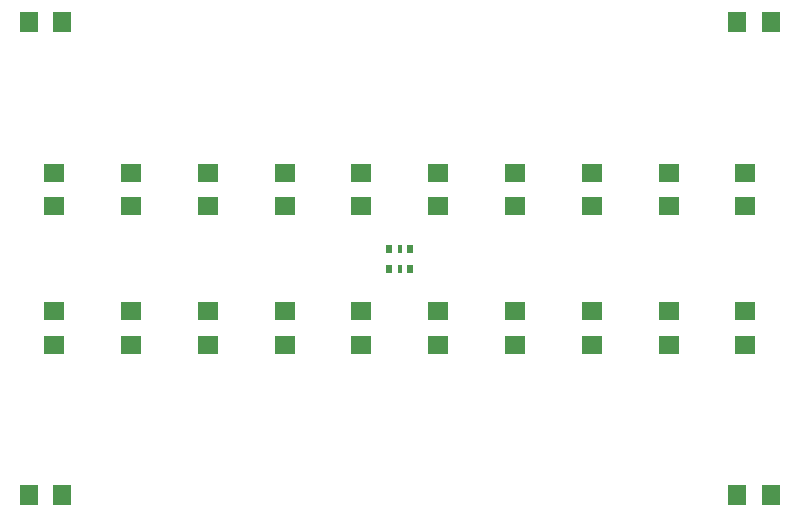
<source format=gbr>
G04 #@! TF.GenerationSoftware,KiCad,Pcbnew,(5.0.0-rc2-dev-482-gf81c77cd4)*
G04 #@! TF.CreationDate,2018-05-10T20:02:33+02:00*
G04 #@! TF.ProjectId,score_board,73636F72655F626F6172642E6B696361,1*
G04 #@! TF.SameCoordinates,Original*
G04 #@! TF.FileFunction,Paste,Top*
G04 #@! TF.FilePolarity,Positive*
%FSLAX46Y46*%
G04 Gerber Fmt 4.6, Leading zero omitted, Abs format (unit mm)*
G04 Created by KiCad (PCBNEW (5.0.0-rc2-dev-482-gf81c77cd4)) date Thu May 10 20:02:33 2018*
%MOMM*%
%LPD*%
G01*
G04 APERTURE LIST*
%ADD10R,1.620000X1.670000*%
%ADD11R,1.670000X1.620000*%
%ADD12R,0.500000X0.800000*%
%ADD13R,0.300000X0.800000*%
G04 APERTURE END LIST*
D10*
X141430000Y-145000000D03*
X138570000Y-145000000D03*
X78570000Y-145000000D03*
X81430000Y-145000000D03*
X81430000Y-105000000D03*
X78570000Y-105000000D03*
X138570000Y-105000000D03*
X141430000Y-105000000D03*
D11*
X87250000Y-132280000D03*
X87250000Y-129420000D03*
X100250000Y-129420000D03*
X100250000Y-132280000D03*
X106750000Y-132280000D03*
X106750000Y-129420000D03*
X113250000Y-129420000D03*
X113250000Y-132280000D03*
X119750000Y-132280000D03*
X119750000Y-129420000D03*
X126250000Y-129420000D03*
X126250000Y-132280000D03*
X132750000Y-132280000D03*
X132750000Y-129420000D03*
X139250000Y-129420000D03*
X139250000Y-132280000D03*
X80750000Y-132280000D03*
X80750000Y-129420000D03*
X93750000Y-129420000D03*
X93750000Y-132280000D03*
X139250000Y-117720000D03*
X139250000Y-120580000D03*
X126250000Y-120580000D03*
X126250000Y-117720000D03*
X119750000Y-117720000D03*
X119750000Y-120580000D03*
X106750000Y-120580000D03*
X106750000Y-117720000D03*
X100250000Y-117720000D03*
X100250000Y-120580000D03*
X93750000Y-120580000D03*
X93750000Y-117720000D03*
X87250000Y-120580000D03*
X87250000Y-117720000D03*
X132750000Y-120580000D03*
X132750000Y-117720000D03*
X80750000Y-120580000D03*
X80750000Y-117720000D03*
X113250000Y-120580000D03*
X113250000Y-117720000D03*
D12*
X109100000Y-125850000D03*
D13*
X110000000Y-125850000D03*
D12*
X110900000Y-125850000D03*
X110900000Y-124150000D03*
D13*
X110000000Y-124150000D03*
D12*
X109100000Y-124150000D03*
M02*

</source>
